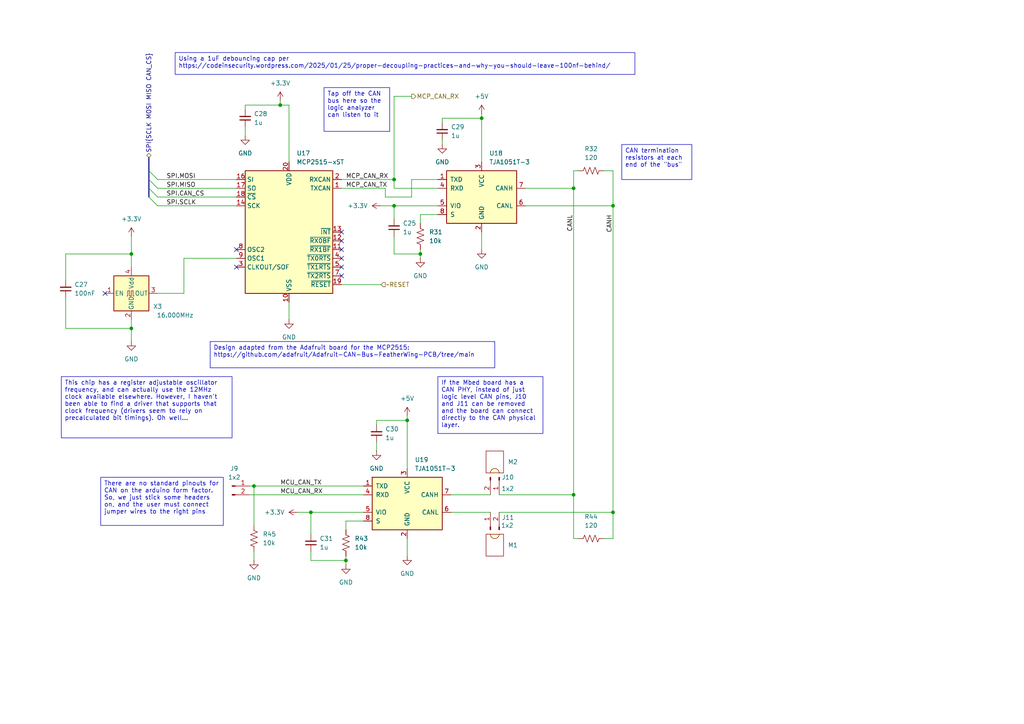
<source format=kicad_sch>
(kicad_sch (version 20231120) (generator "eeschema") (generator_version "8.0")
  (paper "A4")
  (title_block (title "CAN Transceiver"))
  (lib_symbols
    (symbol "Connector:Conn_01x02_Pin" (pin_names (offset 1.016) hide)
      (property "Reference" "J" (at 0 2.54 0))
      (property "Value" "Conn_01x02_Pin" (at 0 -5.08 0))
      (symbol "Conn_01x02_Pin_1_1"
        (polyline (pts (xy 1.27 -2.54) (xy 0.8636 -2.54)) (stroke (width 0.1524)))
        (polyline (pts (xy 1.27 0) (xy 0.8636 0)) (stroke (width 0.1524)))
        (rectangle (start 0.8636 -2.413) (end 0 -2.667) (stroke (width 0.1524)) (fill (type outline)))
        (rectangle (start 0.8636 0.127) (end 0 -0.127) (stroke (width 0.1524)) (fill (type outline)))
        (pin passive line (at 5.08 0 180) (length 3.81) (name "Pin_1") (number "1"))
        (pin passive line (at 5.08 -2.54 180) (length 3.81) (name "Pin_2") (number "2"))
      )
    )
    (symbol "Device:C_Small" (pin_numbers hide) (pin_names (offset 0.254) hide)
      (property "Reference" "C" (at 0.254 1.778 0))
      (property "Value" "C_Small" (at 0.254 -2.032 0))
      (symbol "C_Small_0_1"
        (polyline (pts (xy -1.524 -0.508) (xy 1.524 -0.508)) (stroke (width 0.3302)))
        (polyline (pts (xy -1.524 0.508) (xy 1.524 0.508)) (stroke (width 0.3048)))
      )
      (symbol "C_Small_1_1"
        (pin passive line (at 0 2.54 270) (length 2.032) (name "~") (number "1"))
        (pin passive line (at 0 -2.54 90) (length 2.032) (name "~") (number "2"))
      )
    )
    (symbol "Device:R_US" (pin_numbers hide) (pin_names (offset 0))
      (property "Reference" "R" (at 2.54 0 90))
      (property "Value" "R_US" (at -2.54 0 90))
      (symbol "R_US_0_1"
        (polyline (pts (xy 0 -2.286) (xy 0 -2.54)))
        (polyline (pts (xy 0 2.286) (xy 0 2.54)))
        (polyline (pts (xy 0 -0.762) (xy 1.016 -1.143) (xy 0 -1.524) (xy -1.016 -1.905) (xy 0 -2.286)))
        (polyline (pts (xy 0 0.762) (xy 1.016 0.381) (xy 0 0) (xy -1.016 -0.381) (xy 0 -0.762)))
        (polyline (pts (xy 0 2.286) (xy 1.016 1.905) (xy 0 1.524) (xy -1.016 1.143) (xy 0 0.762)))
      )
      (symbol "R_US_1_1"
        (pin passive line (at 0 3.81 270) (length 1.27) (name "~") (number "1"))
        (pin passive line (at 0 -3.81 90) (length 1.27) (name "~") (number "2"))
      )
    )
    (symbol "Interface_CAN_LIN:MCP2515-xST"
      (property "Reference" "U" (at -10.16 19.685 0))
      (property "Value" "MCP2515-xST" (at 19.05 20.32 0))
      (symbol "MCP2515-xST_0_1"
        (rectangle (start -12.7 17.78) (end 12.7 -17.78) (stroke (width 0.254)) (fill (type background)))
      )
      (symbol "MCP2515-xST_1_1"
        (pin output line (at 15.24 12.7 180) (length 2.54) (name "TXCAN") (number "1"))
        (pin power_in line (at 0 -20.32 90) (length 2.54) (name "VSS") (number "10"))
        (pin output line (at 15.24 -5.08 180) (length 2.54) (name "~{RX1BF}") (number "11"))
        (pin output line (at 15.24 -2.54 180) (length 2.54) (name "~{RX0BF}") (number "12"))
        (pin output line (at 15.24 0 180) (length 2.54) (name "~{INT}") (number "13"))
        (pin input line (at -15.24 7.62 0) (length 2.54) (name "SCK") (number "14"))
        (pin no_connect line (at -12.7 -2.54 0) (length 2.54) hide (name "NC") (number "15"))
        (pin input line (at -15.24 15.24 0) (length 2.54) (name "SI") (number "16"))
        (pin output line (at -15.24 12.7 0) (length 2.54) (name "SO") (number "17"))
        (pin input line (at -15.24 10.16 0) (length 2.54) (name "~{CS}") (number "18"))
        (pin input line (at 15.24 -15.24 180) (length 2.54) (name "~{RESET}") (number "19"))
        (pin input line (at 15.24 15.24 180) (length 2.54) (name "RXCAN") (number "2"))
        (pin power_in line (at 0 20.32 270) (length 2.54) (name "VDD") (number "20"))
        (pin output line (at -15.24 -10.16 0) (length 2.54) (name "CLKOUT/SOF") (number "3"))
        (pin input line (at 15.24 -7.62 180) (length 2.54) (name "~{TX0RTS}") (number "4"))
        (pin input line (at 15.24 -10.16 180) (length 2.54) (name "~{TX1RTS}") (number "5"))
        (pin no_connect line (at -12.7 0 0) (length 2.54) hide (name "NC") (number "6"))
        (pin input line (at 15.24 -12.7 180) (length 2.54) (name "~{TX2RTS}") (number "7"))
        (pin output line (at -15.24 -5.08 0) (length 2.54) (name "OSC2") (number "8"))
        (pin input line (at -15.24 -7.62 0) (length 2.54) (name "OSC1") (number "9"))
      )
    )
    (symbol "Interface_CAN_LIN:TJA1051T-3" (pin_names (offset 1.016))
      (property "Reference" "U" (at -10.16 8.89 0))
      (property "Value" "TJA1051T-3" (at 1.27 8.89 0))
      (symbol "TJA1051T-3_0_1"
        (rectangle (start -10.16 7.62) (end 10.16 -7.62) (stroke (width 0.254)) (fill (type background)))
      )
      (symbol "TJA1051T-3_1_1"
        (pin input line (at -12.7 5.08 0) (length 2.54) (name "TXD") (number "1"))
        (pin power_in line (at 0 -10.16 90) (length 2.54) (name "GND") (number "2"))
        (pin power_in line (at 0 10.16 270) (length 2.54) (name "VCC") (number "3"))
        (pin output line (at -12.7 2.54 0) (length 2.54) (name "RXD") (number "4"))
        (pin power_in line (at -12.7 -2.54 0) (length 2.54) (name "VIO") (number "5"))
        (pin bidirectional line (at 12.7 -2.54 180) (length 2.54) (name "CANL") (number "6"))
        (pin bidirectional line (at 12.7 2.54 180) (length 2.54) (name "CANH") (number "7"))
        (pin input line (at -12.7 -5.08 0) (length 2.54) (name "S") (number "8"))
      )
    )
    (symbol "Oscillator:ASV-xxxMHz" (pin_names (offset 0.254))
      (property "Reference" "Y" (at -5.08 6.35 0))
      (property "Value" "ASV-xxxMHz" (at 1.27 -6.35 0))
      (symbol "ASV-xxxMHz_0_1"
        (rectangle (start -5.08 5.08) (end 5.08 -5.08) (stroke (width 0.254)) (fill (type background)))
        (polyline (pts (xy -1.27 -0.762) (xy -1.016 -0.762) (xy -1.016 0.762) (xy -0.508 0.762) (xy -0.508 -0.762) (xy 0 -0.762) (xy 0 0.762) (xy 0.508 0.762) (xy 0.508 -0.762) (xy 0.762 -0.762)))
      )
      (symbol "ASV-xxxMHz_1_1"
        (pin input line (at -7.62 0 0) (length 2.54) (name "EN") (number "1"))
        (pin power_in line (at 0 -7.62 90) (length 2.54) (name "GND") (number "2"))
        (pin output line (at 7.62 0 180) (length 2.54) (name "OUT") (number "3"))
        (pin power_in line (at 0 7.62 270) (length 2.54) (name "Vdd") (number "4"))
      )
    )
    (symbol "power:+3.3V" (power) (pin_numbers hide) (pin_names (offset 0) hide)
      (property "Value" "+3.3V" (at 0 3.556 0))
      (symbol "+3.3V_0_1"
        (polyline (pts (xy -0.762 1.27) (xy 0 2.54)))
        (polyline (pts (xy 0 0) (xy 0 2.54)))
        (polyline (pts (xy 0 2.54) (xy 0.762 1.27)))
      )
      (symbol "+3.3V_1_1"
        (pin power_in line (at 0 0 90) (length 0) (name "~") (number "1"))
      )
    )
    (symbol "power:+5V" (power) (pin_numbers hide) (pin_names (offset 0) hide)
      (property "Value" "+5V" (at 0 3.556 0))
      (symbol "+5V_0_1"
        (polyline (pts (xy -0.762 1.27) (xy 0 2.54)))
        (polyline (pts (xy 0 0) (xy 0 2.54)))
        (polyline (pts (xy 0 2.54) (xy 0.762 1.27)))
      )
      (symbol "+5V_1_1"
        (pin power_in line (at 0 0 90) (length 0) (name "~") (number "1"))
      )
    )
    (symbol "power:GND" (power) (pin_numbers hide) (pin_names (offset 0) hide)
      (property "Value" "GND" (at 0 -3.81 0))
      (symbol "GND_0_1"
        (polyline (pts (xy 0 0) (xy 0 -1.27) (xy 1.27 -1.27) (xy 0 -2.54) (xy -1.27 -1.27) (xy 0 -1.27)))
      )
      (symbol "GND_1_1"
        (pin power_in line (at 0 0 270) (length 0) (name "~") (number "1"))
      )
    )
    (symbol "project libraries:Jumper" (on_board no)
      (property "Reference" "M" (at -3.81 4.318 0))
      (symbol "Jumper_1_1"
        (rectangle (start -2.54 3.81) (end 2.54 -2.54))
        (arc (start 1.27 -2.54) (mid 0 -1.27) (end -1.27 -2.54) (fill (type background)))
      )
    )
  )
  (junction (at 38.1 73.66))
  (junction (at 81.28 30.48))
  (junction (at 114.3 59.69))
  (junction (at 166.37 54.61))
  (junction (at 38.1 95.25))
  (junction (at 177.8 59.69))
  (junction (at 100.33 162.56))
  (junction (at 118.11 121.92))
  (junction (at 177.8 148.59))
  (junction (at 121.92 73.66))
  (junction (at 114.3 52.07))
  (junction (at 139.7 34.29))
  (junction (at 90.17 148.59))
  (junction (at 166.37 143.51))
  (junction (at 73.66 140.97))
  (no_connect (at 99.06 69.85))
  (no_connect (at 99.06 72.39))
  (no_connect (at 68.58 72.39))
  (no_connect (at 99.06 80.01))
  (no_connect (at 99.06 67.31))
  (no_connect (at 99.06 74.93))
  (no_connect (at 30.48 85.09))
  (no_connect (at 99.06 77.47))
  (no_connect (at 68.58 77.47))
  (bus_entry (at 43.18 49.53) (size 2.54 2.54))
  (bus_entry (at 43.18 57.15) (size 2.54 2.54))
  (bus_entry (at 43.18 54.61) (size 2.54 2.54))
  (bus_entry (at 43.18 52.07) (size 2.54 2.54))
  (wire (pts (xy 72.39 140.97) (xy 73.66 140.97)))
  (wire (pts (xy 45.72 59.69) (xy 68.58 59.69)))
  (wire (pts (xy 121.92 64.77) (xy 121.92 62.23)))
  (wire (pts (xy 45.72 52.07) (xy 68.58 52.07)))
  (wire (pts (xy 100.33 151.13) (xy 105.41 151.13)))
  (wire (pts (xy 38.1 73.66) (xy 38.1 77.47)))
  (wire (pts (xy 72.39 143.51) (xy 105.41 143.51)))
  (wire (pts (xy 167.64 49.53) (xy 166.37 49.53)))
  (wire (pts (xy 38.1 92.71) (xy 38.1 95.25)))
  (wire (pts (xy 83.82 30.48) (xy 81.28 30.48)))
  (wire (pts (xy 114.3 54.61) (xy 127 54.61)))
  (wire (pts (xy 175.26 49.53) (xy 177.8 49.53)))
  (wire (pts (xy 130.81 148.59) (xy 142.24 148.59)))
  (wire (pts (xy 139.7 67.31) (xy 139.7 72.39)))
  (wire (pts (xy 166.37 143.51) (xy 166.37 54.61)))
  (wire (pts (xy 90.17 162.56) (xy 100.33 162.56)))
  (wire (pts (xy 100.33 162.56) (xy 100.33 163.83)))
  (wire (pts (xy 109.22 128.27) (xy 109.22 130.81)))
  (wire (pts (xy 38.1 95.25) (xy 38.1 99.06)))
  (wire (pts (xy 128.27 34.29) (xy 139.7 34.29)))
  (wire (pts (xy 139.7 34.29) (xy 139.7 46.99)))
  (wire (pts (xy 45.72 85.09) (xy 53.34 85.09)))
  (wire (pts (xy 73.66 160.02) (xy 73.66 162.56)))
  (bus (pts (xy 43.18 52.07) (xy 43.18 54.61)))
  (wire (pts (xy 100.33 153.67) (xy 100.33 151.13)))
  (wire (pts (xy 81.28 30.48) (xy 81.28 29.21)))
  (wire (pts (xy 83.82 46.99) (xy 83.82 30.48)))
  (wire (pts (xy 114.3 68.58) (xy 114.3 73.66)))
  (wire (pts (xy 109.22 121.92) (xy 109.22 123.19)))
  (wire (pts (xy 175.26 156.21) (xy 177.8 156.21)))
  (wire (pts (xy 71.12 31.75) (xy 71.12 30.48)))
  (wire (pts (xy 144.78 148.59) (xy 177.8 148.59)))
  (wire (pts (xy 128.27 35.56) (xy 128.27 34.29)))
  (wire (pts (xy 71.12 30.48) (xy 81.28 30.48)))
  (bus (pts (xy 43.18 49.53) (xy 43.18 52.07)))
  (wire (pts (xy 121.92 73.66) (xy 121.92 74.93)))
  (wire (pts (xy 128.27 40.64) (xy 128.27 41.91)))
  (wire (pts (xy 177.8 156.21) (xy 177.8 148.59)))
  (wire (pts (xy 177.8 148.59) (xy 177.8 59.69)))
  (wire (pts (xy 166.37 54.61) (xy 152.4 54.61)))
  (wire (pts (xy 177.8 49.53) (xy 177.8 59.69)))
  (wire (pts (xy 111.76 54.61) (xy 111.76 57.15)))
  (wire (pts (xy 114.3 73.66) (xy 121.92 73.66)))
  (wire (pts (xy 45.72 57.15) (xy 68.58 57.15)))
  (wire (pts (xy 73.66 140.97) (xy 105.41 140.97)))
  (wire (pts (xy 53.34 85.09) (xy 53.34 74.93)))
  (bus (pts (xy 43.18 45.72) (xy 43.18 49.53)))
  (wire (pts (xy 73.66 140.97) (xy 73.66 152.4)))
  (wire (pts (xy 99.06 52.07) (xy 114.3 52.07)))
  (wire (pts (xy 109.22 121.92) (xy 118.11 121.92)))
  (wire (pts (xy 114.3 27.94) (xy 114.3 52.07)))
  (wire (pts (xy 118.11 156.21) (xy 118.11 161.29)))
  (wire (pts (xy 114.3 52.07) (xy 114.3 54.61)))
  (wire (pts (xy 38.1 68.58) (xy 38.1 73.66)))
  (wire (pts (xy 166.37 156.21) (xy 166.37 143.51)))
  (wire (pts (xy 144.78 143.51) (xy 166.37 143.51)))
  (wire (pts (xy 19.05 73.66) (xy 38.1 73.66)))
  (wire (pts (xy 177.8 59.69) (xy 152.4 59.69)))
  (wire (pts (xy 86.36 148.59) (xy 90.17 148.59)))
  (wire (pts (xy 130.81 143.51) (xy 142.24 143.51)))
  (wire (pts (xy 166.37 49.53) (xy 166.37 54.61)))
  (wire (pts (xy 167.64 156.21) (xy 166.37 156.21)))
  (wire (pts (xy 119.38 57.15) (xy 119.38 52.07)))
  (wire (pts (xy 90.17 160.02) (xy 90.17 162.56)))
  (bus (pts (xy 43.18 54.61) (xy 43.18 57.15)))
  (wire (pts (xy 114.3 59.69) (xy 114.3 63.5)))
  (wire (pts (xy 99.06 82.55) (xy 110.49 82.55)))
  (wire (pts (xy 90.17 148.59) (xy 105.41 148.59)))
  (wire (pts (xy 19.05 95.25) (xy 38.1 95.25)))
  (wire (pts (xy 90.17 148.59) (xy 90.17 154.94)))
  (wire (pts (xy 71.12 36.83) (xy 71.12 39.37)))
  (wire (pts (xy 83.82 87.63) (xy 83.82 92.71)))
  (wire (pts (xy 121.92 62.23) (xy 127 62.23)))
  (wire (pts (xy 114.3 59.69) (xy 127 59.69)))
  (wire (pts (xy 99.06 54.61) (xy 111.76 54.61)))
  (wire (pts (xy 139.7 33.02) (xy 139.7 34.29)))
  (wire (pts (xy 111.76 57.15) (xy 119.38 57.15)))
  (wire (pts (xy 118.11 121.92) (xy 118.11 135.89)))
  (wire (pts (xy 118.11 121.92) (xy 118.11 120.65)))
  (wire (pts (xy 53.34 74.93) (xy 68.58 74.93)))
  (wire (pts (xy 110.49 59.69) (xy 114.3 59.69)))
  (wire (pts (xy 45.72 54.61) (xy 68.58 54.61)))
  (wire (pts (xy 100.33 161.29) (xy 100.33 162.56)))
  (wire (pts (xy 119.38 52.07) (xy 127 52.07)))
  (wire (pts (xy 19.05 81.28) (xy 19.05 73.66)))
  (wire (pts (xy 19.05 86.36) (xy 19.05 95.25)))
  (wire (pts (xy 121.92 72.39) (xy 121.92 73.66)))
  (wire (pts (xy 119.38 27.94) (xy 114.3 27.94)))
  (text_box "Using a 1uF debouncing cap per https://codeinsecurity.wordpress.com/2025/01/25/proper-decoupling-practices-and-why-you-should-leave-100nf-behind/" (at 50.8 15.24 0) (size 133.35 6.35) (effects (font (size 1.27 1.27)) (justify left top)))
  (text_box "Tap off the CAN bus here so the logic analyzer can listen to it" (at 93.98 25.4 0) (size 19.05 12.7) (effects (font (size 1.27 1.27)) (justify left top)))
  (text_box "This chip has a register adjustable oscillator frequency, and can actually use the 12MHz clock available elsewhere. However, I haven't been able to find a driver that supports that clock frequency (drivers seem to rely on precalculated bit timings). Oh well..." (at 17.78 109.22 0) (size 49.53 17.78) (effects (font (size 1.27 1.27)) (justify left top)))
  (text_box "If the Mbed board has a CAN PHY, instead of just logic level CAN pins, J10 and J11 can be removed and the board can connect directly to the CAN physical layer." (at 127 109.22 0) (size 30.48 16.51) (effects (font (size 1.27 1.27)) (justify left top)))
  (text_box "CAN termination resistors at each end of the \"bus\"" (at 180.34 41.91 0) (size 20.32 10.16) (effects (font (size 1.27 1.27)) (justify left top)))
  (text_box "Design adapted from the Adafruit board for the MCP2515: https://github.com/adafruit/Adafruit-CAN-Bus-FeatherWing-PCB/tree/main" (at 60.96 99.06 0) (size 82.55 7.62) (effects (font (size 1.27 1.27)) (justify left top)))
  (text_box "There are no standard pinouts for CAN on the arduino form factor. So, we just stick some headers on, and the user must connect jumper wires to the right pins" (at 29.21 138.43 0) (size 35.56 13.97) (effects (font (size 1.27 1.27)) (justify left top)))
  (label "MCP_CAN_RX" (at 100.33 52.07 0))
  (label "SPI.MISO" (at 48.26 54.61 0))
  (label "SPI.MOSI" (at 48.26 52.07 0))
  (label "MCU_CAN_RX" (at 81.28 143.51 0))
  (label "MCP_CAN_TX" (at 100.33 54.61 0))
  (label "CANH" (at 177.8 62.23 270))
  (label "MCU_CAN_TX" (at 81.28 140.97 0))
  (label "SPI.CAN_CS" (at 48.26 57.15 0))
  (label "SPI.SCLK" (at 48.26 59.69 0))
  (label "CANL" (at 166.37 62.23 270))
  (hierarchical_label "SPI{SCLK MOSI MISO CAN_CS}" (shape bidirectional) (at 43.18 45.72 90))
  (hierarchical_label "~RESET" (shape input) (at 110.49 82.55 0))
  (hierarchical_label "MCP_CAN_RX" (shape output) (at 119.38 27.94 0))
  (symbol (lib_id "project libraries:Jumper") (at 143.51 134.62 0) (unit 1) (on_board no)
    (property "Reference" "M2" (at 147.32 133.9849 0) (effects (justify left)))
    (property "Value" "QPC02SXGN-RC" (effects (hide yes)))
    (property "Description" "0.1\" Jumper / Shunt" (effects (hide yes)))
    (property "Supplier" "Digi-Key" (effects (hide yes)))
    (property "SKU" "S9337-ND" (effects (hide yes)))
  )
  (symbol (lib_id "Connector:Conn_01x02_Pin") (at 67.31 140.97 0) (unit 1)
    (property "Reference" "J9" (at 67.945 135.89 0))
    (property "Value" "1x2" (at 67.945 138.43 0))
    (property "Footprint" "Connector_PinHeader_2.54mm:PinHeader_1x02_P2.54mm_Vertical" (effects (hide yes)))
    (property "Description" "Generic connector, single row, 01x02, script generated" (effects (hide yes)))
    (property "LibRef" "HEADER_2x1" (effects (hide yes)))
    (property "SKU" "732-5315-ND" (effects (hide yes)))
    (property "Supplier" "Digi-Key" (effects (hide yes)))
  )
  (symbol (lib_id "power:GND") (at 38.1 99.06 0) (unit 1)
    (property "Reference" "#PWR055" (effects (hide yes)))
    (property "Value" "GND" (at 38.1 104.14 0))
    (property "Description" "Power symbol creates a global label with name \"GND\" , ground" (effects (hide yes)))
  )
  (symbol (lib_id "power:GND") (at 83.82 92.71 0) (unit 1)
    (property "Reference" "#PWR061" (effects (hide yes)))
    (property "Value" "GND" (at 83.82 97.79 0))
    (property "Description" "Power symbol creates a global label with name \"GND\" , ground" (effects (hide yes)))
  )
  (symbol (lib_id "power:GND") (at 73.66 162.56 0) (unit 1)
    (property "Reference" "#PWR0107" (effects (hide yes)))
    (property "Value" "GND" (at 73.66 167.64 0))
    (property "Description" "Power symbol creates a global label with name \"GND\" , ground" (effects (hide yes)))
  )
  (symbol (lib_id "Interface_CAN_LIN:MCP2515-xST") (at 83.82 67.31 0) (unit 1)
    (property "Reference" "U17" (at 86.0141 44.45 0) (effects (justify left)))
    (property "Value" "MCP2515-xST" (at 86.0141 46.99 0) (effects (justify left)))
    (property "Footprint" "Package_SO:TSSOP-20_4.4x6.5mm_P0.65mm" (effects (hide yes)))
    (property "Datasheet" "http://ww1.microchip.com/downloads/en/DeviceDoc/21801e.pdf" (effects (hide yes)))
    (property "Description" "Stand-Alone CAN Controller with SPI Interface, TSSOP-20" (effects (hide yes)))
    (property "SKU" "MCP2515T-I/STCT-ND" (effects (hide yes)))
    (property "Supplier" "Digi-Key" (effects (hide yes)))
  )
  (symbol (lib_id "Device:R_US") (at 171.45 49.53 90) (unit 1)
    (property "Reference" "R32" (at 171.45 43.18 90))
    (property "Value" "120" (at 171.45 45.72 90))
    (property "Footprint" "Resistor_SMD:R_1206_3216Metric" (effects (hide yes)))
    (property "Description" "Resistor, US symbol" (effects (hide yes)))
    (property "Supplier" "Digi-Key" (effects (hide yes)))
    (property "LibRef" "ERJ-8ENF1200V" (effects (hide yes)))
    (property "SKU" "P120FCT-ND" (effects (hide yes)))
  )
  (symbol (lib_id "power:+3.3V") (at 86.36 148.59 90) (unit 1)
    (property "Reference" "#PWR0101" (effects (hide yes)))
    (property "Value" "+3.3V" (at 82.55 148.5899 90) (effects (justify left)))
    (property "Description" "Power symbol creates a global label with name \"+3.3V\"" (effects (hide yes)))
  )
  (symbol (lib_id "power:+5V") (at 139.7 33.02 0) (unit 1)
    (property "Reference" "#PWR067" (effects (hide yes)))
    (property "Value" "+5V" (at 139.7 27.94 0))
    (property "Description" "Power symbol creates a global label with name \"+5V\"" (effects (hide yes)))
  )
  (symbol (lib_id "Device:R_US") (at 100.33 157.48 0) (unit 1)
    (property "Reference" "R43" (at 102.87 156.21 0) (effects (justify left)))
    (property "Value" "10k" (at 102.87 158.75 0) (effects (justify left)))
    (property "Footprint" "Resistor_SMD:R_1206_3216Metric" (effects (hide yes)))
    (property "Description" "Resistor, US symbol" (effects (hide yes)))
    (property "Supplier" "Digi-Key" (effects (hide yes)))
    (property "LibRef" "ERJ-8ENF1002V" (effects (hide yes)))
    (property "SKU" "P10.0KFCT-ND" (effects (hide yes)))
  )
  (symbol (lib_id "Device:C_Small") (at 71.12 34.29 180) (unit 1)
    (property "Reference" "C28" (at 73.66 33.0136 0) (effects (justify right)))
    (property "Value" "1u" (at 73.66 35.5536 0) (effects (justify right)))
    (property "Footprint" "Capacitor_SMD:C_1206_3216Metric" (effects (hide yes)))
    (property "Description" "Unpolarized capacitor, small symbol" (effects (hide yes)))
    (property "Supplier" "Digi-Key" (effects (hide yes)))
    (property "LibRef" "CL31B105KBHNNNE" (effects (hide yes)))
  )
  (symbol (lib_id "Connector:Conn_01x02_Pin") (at 142.24 153.67 90) (unit 1)
    (property "Reference" "J11" (at 145.542 150.114 90) (effects (justify right)))
    (property "Value" "1x2" (at 145.288 152.4 90) (effects (justify right)))
    (property "Footprint" "Connector_PinHeader_2.54mm:PinHeader_1x02_P2.54mm_Vertical" (effects (hide yes)))
    (property "Description" "Generic connector, single row, 01x02, script generated" (effects (hide yes)))
    (property "LibRef" "HEADER_2x1" (effects (hide yes)))
    (property "SKU" "732-5315-ND" (effects (hide yes)))
    (property "Supplier" "Digi-Key" (effects (hide yes)))
  )
  (symbol (lib_id "Interface_CAN_LIN:TJA1051T-3") (at 118.11 146.05 0) (unit 1)
    (property "Reference" "U19" (at 120.3041 133.35 0) (effects (justify left)))
    (property "Value" "TJA1051T-3" (at 120.3041 135.89 0) (effects (justify left)))
    (property "Footprint" "Package_SO:SOIC-8_3.9x4.9mm_P1.27mm" (effects (hide yes)))
    (property "Datasheet" "http://www.nxp.com/docs/en/data-sheet/TJA1051.pdf" (effects (hide yes)))
    (property "Description" "High-Speed CAN Transceiver, separate VIO, silent mode, SOIC-8" (effects (hide yes)))
    (property "SKU" "568-8684-1-ND" (effects (hide yes)))
    (property "Supplier" "Digi-Key" (effects (hide yes)))
  )
  (symbol (lib_id "Device:R_US") (at 73.66 156.21 0) (unit 1)
    (property "Reference" "R45" (at 76.2 154.94 0) (effects (justify left)))
    (property "Value" "10k" (at 76.2 157.48 0) (effects (justify left)))
    (property "Footprint" "Resistor_SMD:R_1206_3216Metric" (effects (hide yes)))
    (property "Description" "Resistor, US symbol" (effects (hide yes)))
    (property "Supplier" "Digi-Key" (effects (hide yes)))
    (property "LibRef" "ERJ-8ENF1002V" (effects (hide yes)))
    (property "SKU" "P10.0KFCT-ND" (effects (hide yes)))
  )
  (symbol (lib_id "power:+3.3V") (at 38.1 68.58 0) (unit 1)
    (property "Reference" "#PWR059" (effects (hide yes)))
    (property "Value" "+3.3V" (at 38.1 63.5 0))
    (property "Description" "Power symbol creates a global label with name \"+3.3V\"" (effects (hide yes)))
  )
  (symbol (lib_id "power:GND") (at 100.33 163.83 0) (unit 1)
    (property "Reference" "#PWR076" (effects (hide yes)))
    (property "Value" "GND" (at 100.33 168.91 0))
    (property "Description" "Power symbol creates a global label with name \"GND\" , ground" (effects (hide yes)))
  )
  (symbol (lib_id "power:GND") (at 118.11 161.29 0) (unit 1)
    (property "Reference" "#PWR0100" (effects (hide yes)))
    (property "Value" "GND" (at 118.11 166.37 0))
    (property "Description" "Power symbol creates a global label with name \"GND\" , ground" (effects (hide yes)))
  )
  (symbol (lib_id "Device:R_US") (at 121.92 68.58 0) (unit 1)
    (property "Reference" "R31" (at 124.46 67.31 0) (effects (justify left)))
    (property "Value" "10k" (at 124.46 69.85 0) (effects (justify left)))
    (property "Footprint" "Resistor_SMD:R_1206_3216Metric" (effects (hide yes)))
    (property "Description" "Resistor, US symbol" (effects (hide yes)))
    (property "Supplier" "Digi-Key" (effects (hide yes)))
    (property "LibRef" "ERJ-8ENF1002V" (effects (hide yes)))
    (property "SKU" "P10.0KFCT-ND" (effects (hide yes)))
  )
  (symbol (lib_id "Device:R_US") (at 171.45 156.21 270) (unit 1)
    (property "Reference" "R44" (at 171.45 149.86 90))
    (property "Value" "120" (at 171.45 152.4 90))
    (property "Footprint" "Resistor_SMD:R_1206_3216Metric" (effects (hide yes)))
    (property "Description" "Resistor, US symbol" (effects (hide yes)))
    (property "Supplier" "Digi-Key" (effects (hide yes)))
    (property "LibRef" "ERJ-8ENF1200V" (effects (hide yes)))
    (property "SKU" "P120FCT-ND" (effects (hide yes)))
  )
  (symbol (lib_id "Device:C_Small") (at 128.27 38.1 180) (unit 1)
    (property "Reference" "C29" (at 130.81 36.8236 0) (effects (justify right)))
    (property "Value" "1u" (at 130.81 39.3636 0) (effects (justify right)))
    (property "Footprint" "Capacitor_SMD:C_1206_3216Metric" (effects (hide yes)))
    (property "Description" "Unpolarized capacitor, small symbol" (effects (hide yes)))
    (property "Supplier" "Digi-Key" (effects (hide yes)))
    (property "LibRef" "CL31B105KBHNNNE" (effects (hide yes)))
  )
  (symbol (lib_id "project libraries:Jumper") (at 143.51 157.48 180) (unit 1) (on_board no)
    (property "Reference" "M1" (at 147.32 158.1149 0) (effects (justify right)))
    (property "Value" "QPC02SXGN-RC" (effects (hide yes)))
    (property "Description" "0.1\" Jumper / Shunt" (effects (hide yes)))
    (property "Supplier" "Digi-Key" (effects (hide yes)))
    (property "SKU" "S9337-ND" (effects (hide yes)))
  )
  (symbol (lib_id "power:GND") (at 109.22 130.81 0) (unit 1)
    (property "Reference" "#PWR0103" (effects (hide yes)))
    (property "Value" "GND" (at 109.22 135.89 0))
    (property "Description" "Power symbol creates a global label with name \"GND\" , ground" (effects (hide yes)))
  )
  (symbol (lib_id "Interface_CAN_LIN:TJA1051T-3") (at 139.7 57.15 0) (unit 1)
    (property "Reference" "U18" (at 141.8941 44.45 0) (effects (justify left)))
    (property "Value" "TJA1051T-3" (at 141.8941 46.99 0) (effects (justify left)))
    (property "Footprint" "Package_SO:SOIC-8_3.9x4.9mm_P1.27mm" (effects (hide yes)))
    (property "Datasheet" "http://www.nxp.com/docs/en/data-sheet/TJA1051.pdf" (effects (hide yes)))
    (property "Description" "High-Speed CAN Transceiver, separate VIO, silent mode, SOIC-8" (effects (hide yes)))
    (property "SKU" "568-8684-1-ND" (effects (hide yes)))
    (property "Supplier" "Digi-Key" (effects (hide yes)))
  )
  (symbol (lib_id "power:GND") (at 128.27 41.91 0) (unit 1)
    (property "Reference" "#PWR0102" (effects (hide yes)))
    (property "Value" "GND" (at 128.27 46.99 0))
    (property "Description" "Power symbol creates a global label with name \"GND\" , ground" (effects (hide yes)))
  )
  (symbol (lib_id "Device:C_Small") (at 109.22 125.73 180) (unit 1)
    (property "Reference" "C30" (at 111.76 124.4536 0) (effects (justify right)))
    (property "Value" "1u" (at 111.76 126.9936 0) (effects (justify right)))
    (property "Footprint" "Capacitor_SMD:C_1206_3216Metric" (effects (hide yes)))
    (property "Description" "Unpolarized capacitor, small symbol" (effects (hide yes)))
    (property "Supplier" "Digi-Key" (effects (hide yes)))
    (property "LibRef" "CL31B105KBHNNNE" (effects (hide yes)))
  )
  (symbol (lib_id "power:GND") (at 71.12 39.37 0) (unit 1)
    (property "Reference" "#PWR063" (effects (hide yes)))
    (property "Value" "GND" (at 71.12 44.45 0))
    (property "Description" "Power symbol creates a global label with name \"GND\" , ground" (effects (hide yes)))
  )
  (symbol (lib_id "power:GND") (at 139.7 72.39 0) (unit 1)
    (property "Reference" "#PWR075" (effects (hide yes)))
    (property "Value" "GND" (at 139.7 77.47 0))
    (property "Description" "Power symbol creates a global label with name \"GND\" , ground" (effects (hide yes)))
  )
  (symbol (lib_id "power:+3.3V") (at 110.49 59.69 90) (unit 1)
    (property "Reference" "#PWR065" (effects (hide yes)))
    (property "Value" "+3.3V" (at 106.68 59.6899 90) (effects (justify left)))
    (property "Description" "Power symbol creates a global label with name \"+3.3V\"" (effects (hide yes)))
  )
  (symbol (lib_id "Device:C_Small") (at 90.17 157.48 180) (unit 1)
    (property "Reference" "C31" (at 92.71 156.2036 0) (effects (justify right)))
    (property "Value" "1u" (at 92.71 158.7436 0) (effects (justify right)))
    (property "Footprint" "Capacitor_SMD:C_1206_3216Metric" (effects (hide yes)))
    (property "Description" "Unpolarized capacitor, small symbol" (effects (hide yes)))
    (property "Supplier" "Digi-Key" (effects (hide yes)))
    (property "LibRef" "CL31B105KBHNNNE" (effects (hide yes)))
  )
  (symbol (lib_id "Connector:Conn_01x02_Pin") (at 144.78 138.43 270) (unit 1)
    (property "Reference" "J10" (at 149.098 138.43 90) (effects (justify right)))
    (property "Value" "1x2" (at 149.098 141.732 90) (effects (justify right)))
    (property "Footprint" "Connector_PinHeader_2.54mm:PinHeader_1x02_P2.54mm_Vertical" (effects (hide yes)))
    (property "Description" "Generic connector, single row, 01x02, script generated" (effects (hide yes)))
    (property "LibRef" "HEADER_2x1" (effects (hide yes)))
    (property "SKU" "732-5315-ND" (effects (hide yes)))
    (property "Supplier" "Digi-Key" (effects (hide yes)))
  )
  (symbol (lib_id "Oscillator:ASV-xxxMHz") (at 38.1 85.09 0) (unit 1)
    (property "Reference" "X3" (at 45.72 88.9 0))
    (property "Value" "16.000MHz" (at 50.8 91.44 0))
    (property "Footprint" "Oscillator:Oscillator_SMD_Abracon_ASV-4Pin_7.0x5.1mm" (effects (hide yes)))
    (property "Datasheet" "http://www.abracon.com/Oscillators/ASV.pdf" (effects (hide yes)))
    (property "Description" "3.3V HCMOS SMD Crystal Clock Oscillator, Abracon" (effects (hide yes)))
    (property "SKU" "535-10072-1-ND" (effects (hide yes)))
    (property "Supplier" "Digi-Key" (effects (hide yes)))
    (property "LibRef" "ASV-16.000MHZ-E-T" (effects (hide yes)))
  )
  (symbol (lib_id "Device:C_Small") (at 114.3 66.04 180) (unit 1)
    (property "Reference" "C25" (at 116.84 64.7636 0) (effects (justify right)))
    (property "Value" "1u" (at 116.84 67.3036 0) (effects (justify right)))
    (property "Footprint" "Capacitor_SMD:C_1206_3216Metric" (effects (hide yes)))
    (property "Description" "Unpolarized capacitor, small symbol" (effects (hide yes)))
    (property "Supplier" "Digi-Key" (effects (hide yes)))
    (property "LibRef" "CL31B105KBHNNNE" (effects (hide yes)))
  )
  (symbol (lib_id "power:GND") (at 121.92 74.93 0) (unit 1)
    (property "Reference" "#PWR074" (effects (hide yes)))
    (property "Value" "GND" (at 121.92 80.01 0))
    (property "Description" "Power symbol creates a global label with name \"GND\" , ground" (effects (hide yes)))
  )
  (symbol (lib_id "power:+3.3V") (at 81.28 29.21 0) (unit 1)
    (property "Reference" "#PWR060" (effects (hide yes)))
    (property "Value" "+3.3V" (at 81.28 24.13 0))
    (property "Description" "Power symbol creates a global label with name \"+3.3V\"" (effects (hide yes)))
  )
  (symbol (lib_id "Device:C_Small") (at 19.05 83.82 180) (unit 1)
    (property "Reference" "C27" (at 21.59 82.5436 0) (effects (justify right)))
    (property "Value" "100nF" (at 21.59 85.0836 0) (effects (justify right)))
    (property "Footprint" "Capacitor_SMD:C_1206_3216Metric" (effects (hide yes)))
    (property "Description" "Unpolarized capacitor, small symbol" (effects (hide yes)))
    (property "Supplier" "Digi-Key" (effects (hide yes)))
    (property "LibRef" "GRM319R72A104KA01D" (effects (hide yes)))
  )
  (symbol (lib_id "power:+5V") (at 118.11 120.65 0) (unit 1)
    (property "Reference" "#PWR0104" (effects (hide yes)))
    (property "Value" "+5V" (at 118.11 115.57 0))
    (property "Description" "Power symbol creates a global label with name \"+5V\"" (effects (hide yes)))
  )
)
</source>
